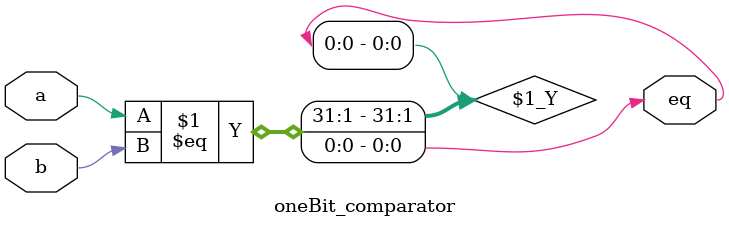
<source format=v>
`timescale 1ns / 1ps

/*
module comp_tb();

reg [7:0]a,b;
wire eq;

comparator comp (.a(a), .b(b), .eq(eq));

initial
begin
    a = 8'b01101111;
    b = 8'b01101100;
    #10;
    a = 8'b01101111;
    b = 8'b01101111;
    #10;
    $finish;
end

endmodule
*/

module comparator #(parameter LENGTH = 22)(a,b,eq);

    input [LENGTH-1:0] a;
    input [LENGTH-1:0] b;
    output wire eq;
    
    wire [LENGTH-1:0] local_eq;
     
    genvar i;
    generate
        for(i=0; i<LENGTH; i=i+1) begin:comp
            oneBit_comparator comp_inst (.a(a[i]), .b(b[i]), .eq(local_eq[i]));    
        end:comp
    endgenerate
    
    assign eq = &local_eq;
    
endmodule

module oneBit_comparator(input a, input b, output wire eq);

assign eq = 1 ? a==b : 0;

endmodule

</source>
